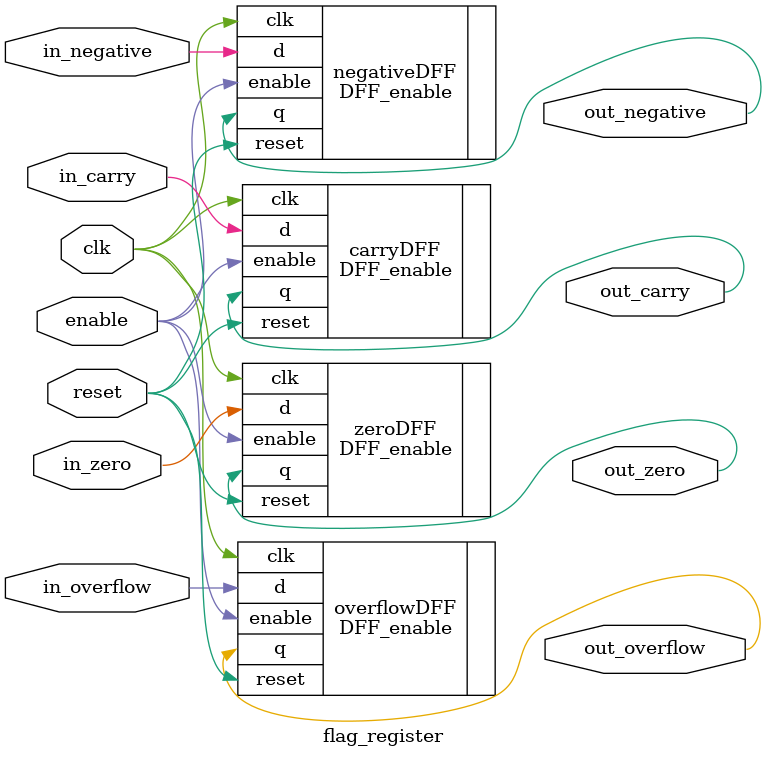
<source format=sv>
`timescale 1ns/10ps
module flag_register (
	input logic clk, enable, reset,
	input logic in_zero, in_overflow, in_negative, in_carry,
	output logic out_zero, out_overflow, out_negative, out_carry
);

   // DFF enable for each in and out
	DFF_enable zeroDFF (.d(in_zero), .q(out_zero), .clk, .reset, .enable);
	DFF_enable overflowDFF (.d(in_overflow), .q(out_overflow), .clk, .reset, .enable);
	DFF_enable negativeDFF (.d(in_negative), .q(out_negative), .clk, .reset, .enable);
	DFF_enable carryDFF (.d(in_carry), .q(out_carry), .clk, .reset, .enable);

endmodule 
</source>
